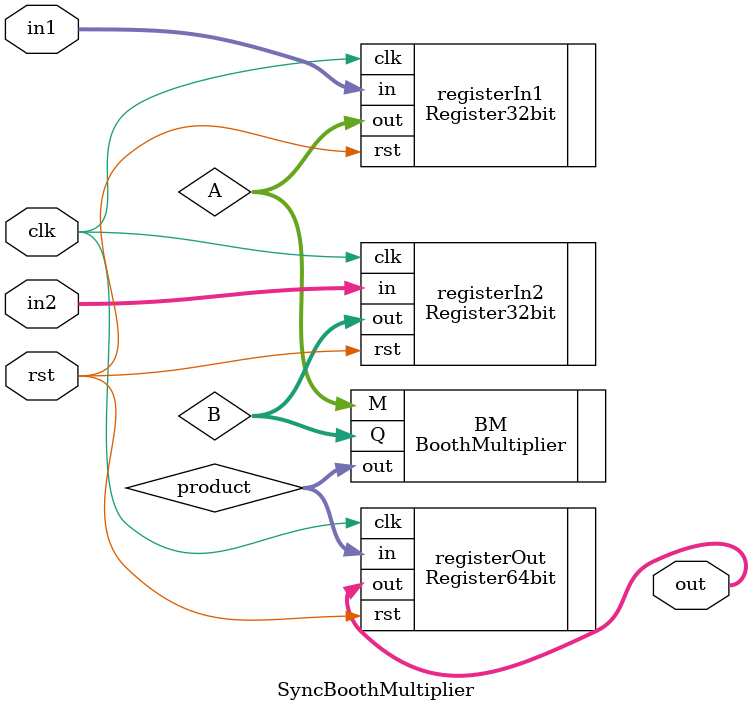
<source format=v>
module SyncBoothMultiplier (
    input wire [31:0] in1,
    input wire [31:0] in2,
    input wire clk,
    input wire rst,
    output wire [63:0] out
);

  wire [31:0] A;
  wire [31:0] B;
  wire [63:0] product;
  reg sign;
  Register32bit registerIn1 (
      .clk(clk),
      .rst(rst),
      .in (in1),
      .out(A)
  );
  Register32bit registerIn2 (
      .clk(clk),
      .rst(rst),
      .in (in2),
      .out(B)
  );
  Register64bit registerOut (
      .clk(clk),
      .rst(rst),
      .in (product),
      .out(out)
  );
  BoothMultiplier BM (
      .M  (A),
      .Q  (B),
      .out(product)
  );
endmodule

</source>
